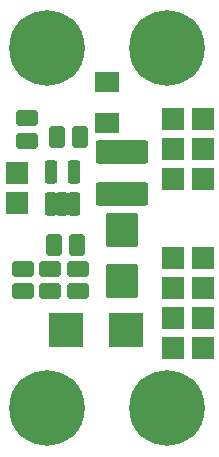
<source format=gbr>
%TF.GenerationSoftware,KiCad,Pcbnew,6.0.4-6f826c9f35~116~ubuntu20.04.1*%
%TF.CreationDate,2022-04-06T12:57:03+00:00*%
%TF.ProjectId,STEPUPDC02A,53544550-5550-4444-9330-32412e6b6963,rev?*%
%TF.SameCoordinates,Original*%
%TF.FileFunction,Soldermask,Bot*%
%TF.FilePolarity,Negative*%
%FSLAX46Y46*%
G04 Gerber Fmt 4.6, Leading zero omitted, Abs format (unit mm)*
G04 Created by KiCad (PCBNEW 6.0.4-6f826c9f35~116~ubuntu20.04.1) date 2022-04-06 12:57:03*
%MOMM*%
%LPD*%
G01*
G04 APERTURE LIST*
G04 Aperture macros list*
%AMRoundRect*
0 Rectangle with rounded corners*
0 $1 Rounding radius*
0 $2 $3 $4 $5 $6 $7 $8 $9 X,Y pos of 4 corners*
0 Add a 4 corners polygon primitive as box body*
4,1,4,$2,$3,$4,$5,$6,$7,$8,$9,$2,$3,0*
0 Add four circle primitives for the rounded corners*
1,1,$1+$1,$2,$3*
1,1,$1+$1,$4,$5*
1,1,$1+$1,$6,$7*
1,1,$1+$1,$8,$9*
0 Add four rect primitives between the rounded corners*
20,1,$1+$1,$2,$3,$4,$5,0*
20,1,$1+$1,$4,$5,$6,$7,0*
20,1,$1+$1,$6,$7,$8,$9,0*
20,1,$1+$1,$8,$9,$2,$3,0*%
G04 Aperture macros list end*
%ADD10C,6.400000*%
%ADD11RoundRect,0.200000X-0.762000X-0.762000X0.762000X-0.762000X0.762000X0.762000X-0.762000X0.762000X0*%
%ADD12RoundRect,0.200000X0.762000X-0.762000X0.762000X0.762000X-0.762000X0.762000X-0.762000X-0.762000X0*%
%ADD13RoundRect,0.200000X1.150000X-1.250000X1.150000X1.250000X-1.150000X1.250000X-1.150000X-1.250000X0*%
%ADD14RoundRect,0.200000X2.000000X-0.800000X2.000000X0.800000X-2.000000X0.800000X-2.000000X-0.800000X0*%
%ADD15RoundRect,0.200000X-0.698500X0.444500X-0.698500X-0.444500X0.698500X-0.444500X0.698500X0.444500X0*%
%ADD16RoundRect,0.200000X0.325000X-0.780000X0.325000X0.780000X-0.325000X0.780000X-0.325000X-0.780000X0*%
%ADD17RoundRect,0.200000X0.850000X-0.650000X0.850000X0.650000X-0.850000X0.650000X-0.850000X-0.650000X0*%
%ADD18RoundRect,0.200000X0.698500X-0.444500X0.698500X0.444500X-0.698500X0.444500X-0.698500X-0.444500X0*%
%ADD19RoundRect,0.200000X1.275080X1.249680X-1.275080X1.249680X-1.275080X-1.249680X1.275080X-1.249680X0*%
%ADD20RoundRect,0.200000X-0.444500X-0.698500X0.444500X-0.698500X0.444500X0.698500X-0.444500X0.698500X0*%
%ADD21RoundRect,0.200000X0.444500X0.698500X-0.444500X0.698500X-0.444500X-0.698500X0.444500X-0.698500X0*%
G04 APERTURE END LIST*
D10*
%TO.C,M1*%
X15240000Y35560000D03*
%TD*%
%TO.C,M2*%
X15240000Y5080000D03*
%TD*%
%TO.C,M3*%
X5080000Y5080000D03*
%TD*%
%TO.C,M4*%
X5080000Y35560000D03*
%TD*%
D11*
%TO.C,J1*%
X15748000Y29591000D03*
X18288000Y29591000D03*
X15748000Y27051000D03*
X18288000Y27051000D03*
X15748000Y24511000D03*
X18288000Y24511000D03*
%TD*%
D12*
%TO.C,J2*%
X2540000Y22479000D03*
X2540000Y25019000D03*
%TD*%
D11*
%TO.C,J4*%
X15748000Y17780000D03*
X18288000Y17780000D03*
X15748000Y15240000D03*
X18288000Y15240000D03*
X15748000Y12700000D03*
X18288000Y12700000D03*
X15748000Y10160000D03*
X18288000Y10160000D03*
%TD*%
D13*
%TO.C,D1*%
X11430000Y15884000D03*
X11430000Y20184000D03*
%TD*%
D14*
%TO.C,L1*%
X11430000Y26819000D03*
X11430000Y23219000D03*
%TD*%
D15*
%TO.C,R1*%
X3429000Y29654500D03*
X3429000Y27749500D03*
%TD*%
D16*
%TO.C,U1*%
X7366000Y22352000D03*
X6416000Y22352000D03*
X5466000Y22352000D03*
X5466000Y25052000D03*
X7366000Y25052000D03*
%TD*%
D17*
%TO.C,D2*%
X10160000Y29238000D03*
X10160000Y32738000D03*
%TD*%
D18*
%TO.C,C1*%
X3048000Y14986000D03*
X3048000Y16891000D03*
%TD*%
%TO.C,C2*%
X7747000Y14986000D03*
X7747000Y16891000D03*
%TD*%
D19*
%TO.C,C5*%
X11780520Y11684000D03*
X6731000Y11684000D03*
%TD*%
D18*
%TO.C,R2*%
X5334000Y14986000D03*
X5334000Y16891000D03*
%TD*%
D20*
%TO.C,R4*%
X5715000Y18923000D03*
X7620000Y18923000D03*
%TD*%
D21*
%TO.C,C6*%
X7874000Y28067000D03*
X5969000Y28067000D03*
%TD*%
M02*

</source>
